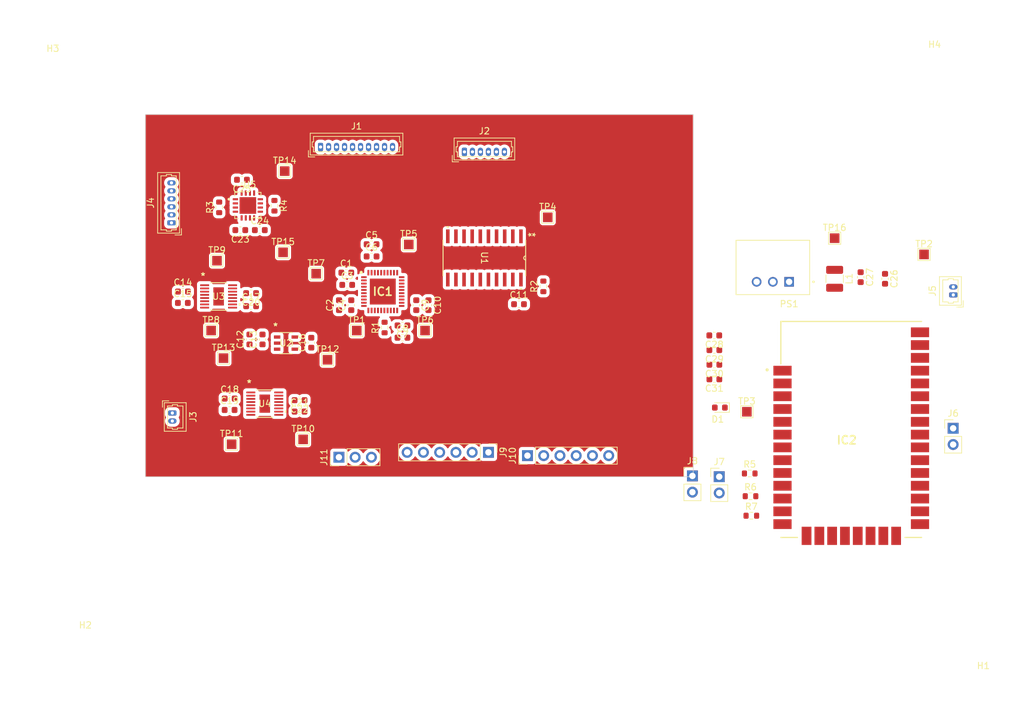
<source format=kicad_pcb>
(kicad_pcb (version 20221018) (generator pcbnew)
  (layers (0 "F.Cu" signal) (1 "In1.Cu" power) (2 "In2.Cu" power) (31 "B.Cu" signal) (34 "B.Paste" user) (35 "F.Paste" user) (36 "B.SilkS" user "B.Silkscreen") (37 "F.SilkS" user "F.Silkscreen") (38 "B.Mask" user) (39 "F.Mask" user) (44 "Edge.Cuts" user))
  (net 0 "")
  (net 1 "GND")
  (net 2 "Net-(IC1-REGCAPA)")
  (net 3 "5VADC")
  (net 4 "5VASupply{slash}Ref")
  (net 5 "3V3")
  (net 6 "Net-(IC1-REGCAPD)")
  (net 7 "5.2V")
  (net 8 "Net-(U3-BYPASS)")
  (net 9 "Net-(U3-NR)")
  (net 10 "Net-(U4-BYPASS)")
  (net 11 "Net-(U4-NR)")
  (net 12 "2.5V")
  (net 13 "5VXbee")
  (net 14 "Net-(D1-A)")
  (net 15 "VOUT")
  (net 16 "ANI16")
  (net 17 "ANI1")
  (net 18 "ANI3")
  (net 22 "DOUT")
  (net 23 "DIN")
  (net 24 "SCLK")
  (net 25 "CS")
  (net 26 "Net-(IC1-~{ERROR})")
  (net 30 "SG1")
  (net 31 "SG2")
  (net 32 "ANI9")
  (net 33 "ANI11")
  (net 34 "ANI13")
  (net 35 "ANI14")
  (net 36 "ANI15")
  (net 59 "Net-(IC2-DIO9{slash}ON{slash}~{SLEEP})")
  (net 62 "Net-(IC2-DIO6{slash}~{RTS})")
  (net 71 "DS6")
  (net 72 "DS5")
  (net 73 "DS4")
  (net 74 "DS3")
  (net 75 "DS2")
  (net 76 "DS1")
  (net 77 "SG1-")
  (net 78 "SG1+")
  (net 79 "SG2-")
  (net 80 "SG2+")
  (net 81 "Net-(J7-Pin_1)")
  (net 82 "Net-(J7-Pin_2)")
  (net 83 "DO6")
  (net 84 "DO5")
  (net 85 "DO4")
  (net 86 "DO3")
  (net 87 "DO2")
  (net 88 "DO1")
  (net 89 "Net-(PS1-+VIN)")
  (net 90 "Net-(U1-*OE)")
  (net 91 "Net-(U5-RG1__1)")
  (net 92 "Net-(U5-RG1)")
  (net 93 "Net-(U5-RG2__1)")
  (net 94 "Net-(U5-RG2)")
  (footprint "TestPoint:TestPoint_Pad_1.5x1.5mm" (layer "F.Cu") (at 145.923 66.3702)
    (fp_text reference "TP4" (at 0 -1.648) (layer "F.SilkS"))
    (fp_text value "TestPoint")
    (pad "1" smd rect (at 0 0) (size 1.5 1.5) (layers "F.Cu" "F.Mask") (net 5 "3V3"))
  )
  (footprint "TestPoint:TestPoint_Pad_1.5x1.5mm" (layer "F.Cu") (at 190.754 69.632)
    (fp_text reference "TP16" (at 0 -1.648) (layer "F.SilkS"))
    (fp_text value "TestPoint")
    (pad "1" smd rect (at 0 0) (size 1.5 1.5) (layers "F.Cu" "F.Mask") (net 89 "Net-(PS1-+VIN)"))
  )
  (footprint "Capacitor_SMD:C_0603_1608Metric" (layer "F.Cu") (at 96.2152 94.713999)
    (fp_text reference "C18" (at 0 -1.43) (layer "F.SilkS"))
    (fp_text value "0.1uF")
    (pad "1" smd roundrect (at -0.775 0) (size 0.9 0.95) (layers "F.Cu" "F.Paste" "F.Mask") (net 1 "GND"))
    (pad "2" smd roundrect (at 0.775 0) (size 0.9 0.95) (layers "F.Cu" "F.Paste" "F.Mask") (net 10 "Net-(U4-BYPASS)"))
  )
  (footprint "21xt_footprints:AD8222ACPZ-R7" (layer "F.Cu") (at 99.06 64.516)
    (fp_text reference "U5" (at 0.285 -3.25) (layer "F.SilkS"))
    (fp_text value "AD8222ACPZ-R7")
    (pad "1" smd roundrect (at -1.945 -0.975) (size 0.84 0.32) (layers "F.Cu" "F.Paste" "F.Mask") (roundrect_rratio 0.125) (net 77 "SG1-"))
    (pad "2" smd roundrect (at -1.945 -0.325) (size 0.84 0.32) (layers "F.Cu" "F.Paste" "F.Mask") (roundrect_rratio 0.125) (net 92 "Net-(U5-RG1)"))
    (pad "3" smd roundrect (at -1.945 0.325) (size 0.84 0.32) (layers "F.Cu" "F.Paste" "F.Mask") (roundrect_rratio 0.125) (net 91 "Net-(U5-RG1__1)"))
    (pad "4" smd roundrect (at -1.945 0.975) (size 0.84 0.32) (layers "F.Cu" "F.Paste" "F.Mask") (roundrect_rratio 0.125) (net 78 "SG1+"))
    (pad "5" smd roundrect (at -0.975 1.945) (size 0.32 0.84) (layers "F.Cu" "F.Paste" "F.Mask") (roundrect_rratio 0.125) (net 3 "5VADC"))
    (pad "6" smd roundrect (at -0.325 1.945) (size 0.32 0.84) (layers "F.Cu" "F.Paste" "F.Mask") (roundrect_rratio 0.125) (net 12 "2.5V"))
    (pad "7" smd roundrect (at 0.325 1.945) (size 0.32 0.84) (layers "F.Cu" "F.Paste" "F.Mask") (roundrect_rratio 0.125) (net 12 "2.5V"))
    (pad "8" smd roundrect (at 0.975 1.945) (size 0.32 0.84) (layers "F.Cu" "F.Paste" "F.Mask") (roundrect_rratio 0.125) (net 1 "GND"))
    (pad "9" smd roundrect (at 1.945 0.975) (size 0.84 0.32) (layers "F.Cu" "F.Paste" "F.Mask") (roundrect_rratio 0.125) (net 80 "SG2+"))
    (pad "10" smd roundrect (at 1.945 0.325) (size 0.84 0.32) (layers "F.Cu" "F.Paste" "F.Mask") (roundrect_rratio 0.125) (net 94 "Net-(U5-RG2)"))
    (pad "11" smd roundrect (at 1.945 -0.325) (size 0.84 0.32) (layers "F.Cu" "F.Paste" "F.Mask") (roundrect_rratio 0.125) (net 93 "Net-(U5-RG2__1)"))
    (pad "12" smd roundrect (at 1.945 -0.975) (size 0.84 0.32) (layers "F.Cu" "F.Paste" "F.Mask") (roundrect_rratio 0.125) (net 79 "SG2-"))
    (pad "13" smd roundrect (at 0.975 -1.945) (size 0.32 0.84) (layers "F.Cu" "F.Paste" "F.Mask") (roundrect_rratio 0.125) (net 1 "GND"))
    (pad "14" smd roundrect (at 0.325 -1.945) (size 0.32 0.84) (layers "F.Cu" "F.Paste" "F.Mask") (roundrect_rratio 0.125) (net 31 "SG2"))
    (pad "15" smd roundrect (at -0.325 -1.945) (size 0.32 0.84) (layers "F.Cu" "F.Paste" "F.Mask") (roundrect_rratio 0.125) (net 30 "SG1"))
    (pad "16" smd roundrect (at -0.975 -1.945) (size 0.32 0.84) (layers "F.Cu" "F.Paste" "F.Mask") (roundrect_rratio 0.125) (net 3 "5VADC"))
    (pad "17" smd rect (at 0 0) (size 2.6 2.6) (layers "F.Cu" "F.Mask") (net 1 "GND"))
  )
  (footprint "Resistor_SMD:R_0603_1608Metric" (layer "F.Cu") (at 145.2372 77.1652 90)
    (fp_text reference "R2" (at 0 -1.43 90) (layer "F.SilkS"))
    (fp_text value "10k")
    (pad "1" smd roundrect (at -0.825 0 90) (size 0.8 0.95) (layers "F.Cu" "F.Paste" "F.Mask") (net 5 "3V3"))
    (pad "2" smd roundrect (at 0.825 0 90) (size 0.8 0.95) (layers "F.Cu" "F.Paste" "F.Mask") (net 90 "Net-(U1-*OE)"))
  )
  (footprint "TestPoint:TestPoint_Pad_1.5x1.5mm" (layer "F.Cu") (at 95.25 88.392)
    (fp_text reference "TP13" (at 0 -1.648) (layer "F.SilkS"))
    (fp_text value "TestPoint")
    (pad "1" smd rect (at 0 0) (size 1.5 1.5) (layers "F.Cu" "F.Mask") (net 7 "5.2V"))
  )
  (footprint "MountingHole:MountingHole_2.2mm_M2" (layer "F.Cu") (at 68.58 43.18)
    (fp_text reference "H3" (at 0 -3.2) (layer "F.SilkS"))
    (fp_text value "MountingHole")
    (pad "" np_thru_hole circle (at 0 0) (size 2.2 2.2) (drill 2.2) (layers "*.Cu" "*.Mask"))
  )
  (footprint "Inductor_SMD:L_1210_3225Metric" (layer "F.Cu") (at 190.754 75.982 -90)
    (fp_text reference "L1" (at 0 -2.28 90) (layer "F.SilkS"))
    (fp_text value "3.9uH")
    (pad "1" smd roundrect (at -1.4 0 270) (size 1.25 2.65) (layers "F.Cu" "F.Paste" "F.Mask") (roundrect_rratio 0.2) (net 13 "5VXbee"))
    (pad "2" smd roundrect (at 1.4 0 270) (size 1.25 2.65) (layers "F.Cu" "F.Paste" "F.Mask") (roundrect_rratio 0.2) (net 89 "Net-(PS1-+VIN)"))
  )
  (footprint "TestPoint:TestPoint_Pad_1.5x1.5mm" (layer "F.Cu") (at 104.815 59.141)
    (fp_text reference "TP14" (at 0 -1.648) (layer "F.SilkS"))
    (fp_text value "TestPoint")
    (pad "1" smd rect (at 0 0) (size 1.5 1.5) (layers "F.Cu" "F.Mask") (net 3 "5VADC"))
  )
  (footprint "21xt_footprints:TPS78326DDCT" (layer "F.Cu") (at 105.00995 86.040001)
    (fp_text reference "U2" (at 0 0 unlocked) (layer "F.SilkS"))
    (fp_text value "TPS78326DDCT")
    (fp_text user "*" (at -1.63195 -2.601 unlocked) (layer "F.SilkS"))
    (fp_text user "*" (at -1.63195 -2.601) (layer "F.SilkS"))
    (pad "1" smd rect (at -1.37795 -0.950001) (size 1.0033 0.508) (layers "F.Cu" "F.Paste" "F.Mask") (net 7 "5.2V"))
    (pad "2" smd rect (at -1.37795 0) (size 1.0033 0.508) (layers "F.Cu" "F.Paste" "F.Mask") (net 1 "GND"))
    (pad "3" smd rect (at -1.37795 0.950001) (size 1.0033 0.508) (layers "F.Cu" "F.Paste" "F.Mask") (net 7 "5.2V"))
    (pad "4" smd rect (at 1.37795 0.950001) (size 1.0033 0.508) (layers "F.Cu" "F.Paste" "F.Mask") (net 1 "GND"))
    (pad "5" smd rect (at 1.37795 -0.950001) (size 1.0033 0.508) (layers "F.Cu" "F.Paste" "F.Mask") (net 3 "5VADC"))
  )
  (footprint "Capacitor_SMD:C_0603_1608Metric" (layer "F.Cu") (at 88.9 79.756)
    (fp_text reference "C15" (at 0 -1.43) (layer "F.SilkS"))
    (fp_text value "0.1uF")
    (pad "1" smd roundrect (at -0.775 0) (size 0.9 0.95) (layers "F.Cu" "F.Paste" "F.Mask") (net 1 "GND"))
    (pad "2" smd roundrect (at 0.775 0) (size 0.9 0.95) (layers "F.Cu" "F.Paste" "F.Mask") (net 9 "Net-(U3-NR)"))
  )
  (footprint "TestPoint:TestPoint_Pad_1.5x1.5mm" (layer "F.Cu") (at 104.561 71.841)
    (fp_text reference "TP15" (at 0 -1.648) (layer "F.SilkS"))
    (fp_text value "TestPoint")
    (pad "1" smd rect (at 0 0) (size 1.5 1.5) (layers "F.Cu" "F.Mask") (net 12 "2.5V"))
  )
  (footprint "Capacitor_SMD:C_0603_1608Metric" (layer "F.Cu") (at 118.392 72.488)
    (fp_text reference "C6" (at 0 -1.43) (layer "F.SilkS"))
    (fp_text value "0.1uF")
    (pad "1" smd roundrect (at -0.775 0) (size 0.9 0.95) (layers "F.Cu" "F.Paste" "F.Mask") (net 4 "5VASupply{slash}Ref"))
    (pad "2" smd roundrect (at 0.775 0) (size 0.9 0.95) (layers "F.Cu" "F.Paste" "F.Mask") (net 1 "GND"))
  )
  (footprint "Resistor_SMD:R_0603_1608Metric" (layer "F.Cu") (at 120.424 83.601 90)
    (fp_text reference "R1" (at 0 -1.43 90) (layer "F.SilkS"))
    (fp_text value "10k")
    (pad "1" smd roundrect (at -0.825 0 90) (size 0.8 0.95) (layers "F.Cu" "F.Paste" "F.Mask") (net 5 "3V3"))
    (pad "2" smd roundrect (at 0.825 0 90) (size 0.8 0.95) (layers "F.Cu" "F.Paste" "F.Mask") (net 26 "Net-(IC1-~{ERROR})"))
  )
  (footprint "Capacitor_SMD:C_0603_1608Metric" (layer "F.Cu") (at 100.925 68.367)
    (fp_text reference "C24" (at 0 -1.43) (layer "F.SilkS"))
    (fp_text value "0.1uF")
    (pad "1" smd roundrect (at -0.775 0) (size 0.9 0.95) (layers "F.Cu" "F.Paste" "F.Mask") (net 12 "2.5V"))
    (pad "2" smd roundrect (at 0.775 0) (size 0.9 0.95) (layers "F.Cu" "F.Paste" "F.Mask") (net 1 "GND"))
  )
  (footprint "Capacitor_SMD:C_0603_1608Metric" (layer "F.Cu") (at 99.568 80.264)
    (fp_text reference "C17" (at 0 -1.43) (layer "F.SilkS"))
    (fp_text value "0.1uF")
    (pad "1" smd roundrect (at -0.775 0) (size 0.9 0.95) (layers "F.Cu" "F.Paste" "F.Mask") (net 3 "5VADC"))
    (pad "2" smd roundrect (at 0.775 0) (size 0.9 0.95) (layers "F.Cu" "F.Paste" "F.Mask") (net 1 "GND"))
  )
  (footprint "MountingHole:MountingHole_2.2mm_M2" (layer "F.Cu") (at 73.66 133.35)
    (fp_text reference "H2" (at 0 -3.2) (layer "F.SilkS"))
    (fp_text value "MountingHole")
    (pad "" np_thru_hole circle (at 0 0) (size 2.2 2.2) (drill 2.2) (layers "*.Cu" "*.Mask"))
  )
  (footprint "Capacitor_SMD:C_0603_1608Metric" (layer "F.Cu") (at 101.346 85.466002 90)
    (fp_text reference "C13" (at 0 -1.43 90) (layer "F.SilkS"))
    (fp_text value "0.1uF")
    (pad "1" smd roundrect (at -0.775 0 90) (size 0.9 0.95) (layers "F.Cu" "F.Paste" "F.Mask") (net 1 "GND"))
    (pad "2" smd roundrect (at 0.775 0 90) (size 0.9 0.95) (layers "F.Cu" "F.Paste" "F.Mask") (net 7 "5.2V"))
  )
  (footprint "TestPoint:TestPoint_Pad_1.5x1.5mm" (layer "F.Cu") (at 116.078 84.074)
    (fp_text reference "TP1" (at 0 -1.648) (layer "F.SilkS"))
    (fp_text value "TestPoint")
    (pad "1" smd rect (at 0 0) (size 1.5 1.5) (layers "F.Cu" "F.Mask") (net 26 "Net-(IC1-~{ERROR})"))
  )
  (footprint "TestPoint:TestPoint_Pad_1.5x1.5mm" (layer "F.Cu") (at 126.746 84.074)
    (fp_text reference "TP6" (at 0 -1.648) (layer "F.SilkS"))
    (fp_text value "TestPoint")
    (pad "1" smd rect (at 0 0) (size 1.5 1.5) (layers "F.Cu" "F.Mask") (net 5 "3V3"))
  )
  (footprint "Capacitor_SMD:C_0603_1608Metric" (layer "F.Cu") (at 118.392 70.583)
    (fp_text reference "C5" (at 0 -1.43) (layer "F.SilkS"))
    (fp_text value "10uF")
    (pad "1" smd roundrect (at -0.775 0) (size 0.9 0.95) (layers "F.Cu" "F.Paste" "F.Mask") (net 4 "5VASupply{slash}Ref"))
    (pad "2" smd roundrect (at 0.775 0) (size 0.9 0.95) (layers "F.Cu" "F.Paste" "F.Mask") (net 1 "GND"))
  )
  (footprint "21xt_footprints:LT6658AHMSE-2.5-PBF" (layer "F.Cu") (at 101.7016 95.504)
    (fp_text reference "U4" (at 0 0 unlocked) (layer "F.SilkS"))
    (fp_text value "LT6658AHMSE-5-PBF")
    (fp_text user "*" (at -2.4384 -3.1724 unlocked) (layer "F.SilkS"))
    (fp_text user "*" (at -2.4384 -3.1724) (layer "F.SilkS"))
    (pad "1" smd rect (at -2.1844 -1.750002) (size 1.397 0.2794) (layers "F.Cu" "F.Paste" "F.Mask") (net 1 "GND"))
    (pad "2" smd rect (at -2.1844 -1.25) (size 1.397 0.2794) (layers "F.Cu" "F.Paste" "F.Mask") (net 1 "GND"))
    (pad "3" smd rect (at -2.1844 -0.750001) (size 1.397 0.2794) (layers "F.Cu" "F.Paste" "F.Mask") (net 10 "Net-(U4-BYPASS)"))
    (pad "4" smd rect (at -2.1844 -0.25) (size 1.397 0.2794) (layers "F.Cu" "F.Paste" "F.Mask"))
    (pad "5" smd rect (at -2.1844 0.25) (size 1.397 0.2794) (layers "F.Cu" "F.Paste" "F.Mask") (net 11 "Net-(U4-NR)"))
    (pad "6" smd rect (at -2.1844 0.749998) (size 1.397 0.2794) (layers "F.Cu" "F.Paste" "F.Mask") (net 1 "GND"))
    (pad "7" smd rect (at -2.1844 1.25) (size 1.397 0.2794) (layers "F.Cu" "F.Paste" "F.Mask") (net 4 "5VASupply{slash}Ref"))
    (pad "8" smd rect (at -2.1844 1.749999) (size 1.397 0.2794) (layers "F.Cu" "F.Paste" "F.Mask") (net 4 "5VASupply{slash}Ref"))
    (pad "9" smd rect (at 2.1844 1.750002) (size 1.397 0.2794) (layers "F.Cu" "F.Paste" "F.Mask") (net 7 "5.2V"))
    (pad "10" smd rect (at 2.1844 1.25) (size 1.397 0.2794) (layers "F.Cu" "F.Paste" "F.Mask") (net 7 "5.2V"))
    (pad "11" smd rect (at 2.1844 0.750001) (size 1.397 0.2794) (layers "F.Cu" "F.Paste" "F.Mask") (net 7 "5.2V"))
    (pad "12" smd rect (at 2.1844 0.25) (size 1.397 0.2794) (layers "F.Cu" "F.Paste" "F.Mask") (net 4 "5VASupply{slash}Ref"))
    (pad "13" smd rect (at 2.1844 -0.25) (size 1.397 0.2794) (layers "F.Cu" "F.Paste" "F.Mask") (net 4 "5VASupply{slash}Ref"))
    (pad "14" smd rect (at 2.1844 -0.749998) (size 1.397 0.2794) (layers "F.Cu" "F.Paste" "F.Mask") (net 7 "5.2V"))
    (pad "15" smd rect (at 2.1844 -1.25) (size 1.397 0.2794) (layers "F.Cu" "F.Paste" "F.Mask"))
    (pad "16" smd rect (at 2.1844 -1.749999) (size 1.397 0.2794) (layers "F.Cu" "F.Paste" "F.Mask"))
    (pad "EPAD" smd rect (at 0 0) (size 1.651 2.8448) (layers "F.Cu" "F.Mask") (net 1 "GND"))
  )
  (footprint "Resistor_SMD:R_0603_1608Metric" (layer "F.Cu") (at 177.609 109.982)
    (fp_text reference "R6" (at 0 -1.43) (layer "F.SilkS"))
    (fp_text value "68")
    (pad "1" smd roundrect (at -0.825 0) (size 0.8 0.95) (layers "F.Cu" "F.Paste" "F.Mask") (net 23 "DIN"))
    (pad "2" smd roundrect (at 0.825 0) (size 0.8 0.95) (layers "F.Cu" "F.Paste" "F.Mask") (net 82 "Net-(J7-Pin_2)"))
  )
  (footprint "TestPoint:TestPoint_Pad_1.5x1.5mm" (layer "F.Cu") (at 124.206 70.612)
    (fp_text reference "TP5" (at 0 -1.648) (layer "F.SilkS"))
    (fp_text value "TestPoint")
    (pad "1" smd rect (at 0 0) (size 1.5 1.5) (layers "F.Cu" "F.Mask") (net 4 "5VASupply{slash}Ref"))
  )
  (footprint "Capacitor_SMD:C_0603_1608Metric" (layer "F.Cu") (at 171.958 87.122 180)
    (fp_text reference "C29" (at 0 -1.43) (layer "F.SilkS"))
    (fp_text value "10uF")
    (pad "1" smd roundrect (at -0.775 0 180) (size 0.9 0.95) (layers "F.Cu" "F.Paste" "F.Mask") (net 1 "GND"))
    (pad "2" smd roundrect (at 0.775 0 180) (size 0.9 0.95) (layers "F.Cu" "F.Paste" "F.Mask") (net 14 "Net-(D1-A)"))
  )
  (footprint "Diode_SMD:D_0603_1608Metric" (layer "F.Cu") (at 172.8165 96.12 180)
    (fp_text reference "D1" (at 0.325 -1.83) (layer "F.SilkS"))
    (fp_text value "D_Schottky")
    (pad "1" smd roundrect (at -0.7875 0 180) (size 0.875 0.95) (layers "F.Cu" "F.Paste" "F.Mask") (net 15 "VOUT"))
    (pad "2" smd roundrect (at 0.7875 0 180) (size 0.875 0.95) (layers "F.Cu" "F.Paste" "F.Mask") (net 14 "Net-(D1-A)"))
  )
  (footprint "TestPoint:TestPoint_Pad_1.5x1.5mm" (layer "F.Cu") (at 109.728 75.184)
    (fp_text reference "TP7" (at 0 -1.648) (layer "F.SilkS"))
    (fp_text value "TestPoint")
    (pad "1" smd rect (at 0 0) (size 1.5 1.5) (layers "F.Cu" "F.Mask") (net 3 "5VADC"))
  )
  (footprint "Resistor_SMD:R_0603_1608Metric" (layer "F.Cu") (at 177.737 113.03)
    (fp_text reference "R7" (at 0 -1.43) (layer "F.SilkS"))
    (fp_text value "100k")
    (pad "1" smd roundrect (at -0.825 0) (size 0.8 0.95) (layers "F.Cu" "F.Paste" "F.Mask") (net 23 "DIN"))
    (pad "2" smd roundrect (at 0.825 0) (size 0.8 0.95) (layers "F.Cu" "F.Paste" "F.Mask") (net 15 "VOUT"))
  )
  (footprint "Connector_PinHeader_2.54mm:PinHeader_1x03_P2.54mm_Vertical" (layer "F.Cu") (at 113.284 103.886 90)
    (fp_text reference "J11" (at 0 -2.33 90) (layer "F.SilkS"))
    (fp_text value "Conn_01x03")
    (pad "1" thru_hole rect (at 0 0 90) (size 1.7 1.7) (drill 1) (layers "*.Cu" "*.Mask") (net 7 "5.2V"))
    (pad "2" thru_hole oval (at 0 2.54 90) (size 1.7 1.7) (drill 1) (layers "*.Cu" "*.Mask") (net 7 "5.2V"))
    (pad "3" thru_hole oval (at 0 5.08 90) (size 1.7 1.7) (drill 1) (layers "*.Cu" "*.Mask") (net 1 "GND"))
  )
  (footprint "21xt_footprints:RLS397" (layer "F.Cu") (at 204.34633 116.4328)
    (fp_text reference "IC2" (at -11.6952 -15.2168) (layer "F.SilkS") (effects (font (size 1.27 1.27) (thickness 0.254))))
    (fp_text value "XBP9X-DMUS-011" hide)
    (pad "1" smd rect (at -21.7424 -26.0858 90) (size 1.524 2.8448) (layers "F.Cu" "F.Paste" "F.Mask") (net 1 "GND"))
    (pad "2" smd rect (at -21.7424 -24.0858 90) (size 1.524 2.8448) (layers "F.Cu" "F.Paste" "F.Mask") (net 15 "VOUT"))
    (pad "3" smd rect (at -21.7424 -22.0858 90) (size 1.524 2.8448) (layers "F.Cu" "F.Paste" "F.Mask") (net 22 "DOUT"))
    (pad "4" smd rect (at -21.7424 -20.0858 90) (size 1.524 2.8448) (layers "F.Cu" "F.Paste" "F.Mask") (net 23 "DIN"))
    (pad "5" smd rect (at -21.7424 -18.0858 90) (size 1.524 2.8448) (layers "F.Cu" "F.Paste" "F.Mask"))
    (pad "6" smd rect (at -21.7424 -16.0858 90) (size 1.524 2.8448) (layers "F.Cu" "F.Paste" "F.Mask"))
    (pad "7" smd rect (at -21.7424 -14.0858 90) (size 1.524 2.8448) (layers "F.Cu" "F.Paste" "F.Mask"))
    (pad "8" smd rect (at -21.7424 -12.0858 90) (size 1.524 2.8448) (layers "F.Cu" "F.Paste" "F.Mask"))
    (pad "9" smd rect (at -21.7424 -10.0858 90) (size 1.524 2.8448) (layers "F.Cu" "F.Paste" "F.Mask"))
    (pad "10" smd rect (at -21.7424 -8.0858 90) (size 1.524 2.8448) (layers "F.Cu" "F.Paste" "F.Mask"))
    (pad "11" smd rect (at -21.7424 -6.0858 90) (size 1.524 2.8448) (layers "F.Cu" "F.Paste" "F.Mask"))
    (pad "12" smd rect (at -21.7424 -4.0858 90) (size 1.524 2.8448) (layers "F.Cu" "F.Paste" "F.Mask"))
    (pad "13" smd rect (at -21.7424 -2.0858 90) (size 1.524 2.8448) (layers "F.Cu" "F.Paste" "F.Mask"))
    (pad "14" smd rect (at -17.9832 -0.254) (size 1.524 2.8448) (layers "F.Cu" "F.Paste" "F.Mask"))
    (pad "15" smd rect (at -15.9832 -0.254) (size 1.524 2.8448) (layers "F.Cu" "F.Paste" "F.Mask"))
    (pad "16" smd rect (at -13.9832 -0.254) (size 1.524 2.8448) (layers "F.Cu" "F.Paste" "F.Mask"))
    (pad "17" smd rect (at -11.9832 -0.254) (size 1.524 2.8448) (layers "F.Cu" "F.Paste" "F.Mask"))
    (pad "18" smd rect (at -9.9832 -0.254) (size 1.524 2.8448) (layers "F.Cu" "F.Paste" "F.Mask"))
    (pad "19" smd rect (at -7.9832 -0.254) (size 1.524 2.8448) (layers "F.Cu" "F.Paste" "F.Mask"))
    (pad "20" smd rect (at -5.9832 -0.254) (size 1.524 2.8448) (layers "F.Cu" "F.Paste" "F.Mask"))
    (pad "21" smd rect (at -3.9832 -0.254) (size 1.524 2.8448) (layers "F.Cu" "F.Paste" "F.Mask"))
    (pad "22" smd rect (at -0.254 -2.0858 90) (size 1.524 2.8448) (layers "F.Cu" "F.Paste" "F.Mask"))
    (pad "23" smd rect (at -0.254 -4.0858 90) (size 1.524 2.8448) (layers "F.Cu" "F.Paste" "F.Mask"))
    (pad "24" smd rect (at -0.254 -6.0858 90) (size 1.524 2.8448) (layers "F.Cu" "F.Paste" "F.Mask"))
    (pad "25" smd rect (at -0.254 -8.0858 90) (size 1.524 2.8448) (layers "F.Cu" "F.Paste" "F.Mask"))
    (pad "26" smd rect (at -0.254 -10.0858 90) (size 1.524 2.8448) (layers "F.Cu" "F.Paste" "F.Mask") (net 59 "Net-(IC2-DIO9{slash}ON{slash}~{SLEEP})"))
    (pad "27" smd rect (at -0.254 -12.0858 90) (size 1.524 2.8448) (layers "F.Cu" "F.Paste" "F.Mask"))
    (pad "28" smd rect (at -0.254 -14.0858 90) (size 1.524 2.8448) (layers "F.Cu" "F.Paste" "F.Mask"))
    (pad "29" smd rect (at -0.254 -16.0858 90) (size 1.524 2.8448) (layers "F.Cu" "F.Paste" "F.Mask") (net 62 "Net-(IC2-DIO6{slash}~{RTS})"))
    (pad "30" smd rect (at -0.254 -18.0858 90) (size 1.524 2.8448) (layers "F.Cu" "F.Paste" "F.Mask"))
    (pad "31" smd rect (at -0.254 -20.0858 90) (size 1.524 2.8448) (layers "F.Cu" "F.Paste" "F.Mask"))
    (pad "32" smd rect (at -0.254 -22.0858 90) (size 1.524 2.8448) (layers "F.Cu" "F.Paste" "F.Mask"))
    (pad "33" smd rect (at -0.254 -24.0858 90) (size 1.524 2.8448) (layers "F.Cu" "F.Paste" "F.Mask"))
    (pad "34" smd rect (at -0.254 -26.0858 90) (size 1.524 2.8448) (layers "F.Cu" "F.Paste" "F.Mask"))
    (pad "35" smd rect (at -0.254 -28.0858 90) (size 1.524 2.8448) (layers "F.Cu" "F.Paste" "F.Mask"))
    (pad "36" smd rect (at -0.254 -30.0858 90) (size 1.524 2.8448) (layers "F.Cu" "F.Paste" "F.Mask"))
    (pad "37" smd rect (at -0.254 -32.0858 90) (size 1.524 2.8448) (layers "F.Cu" "F.Paste" "F.Mask"))
  )
  (footprint "Capacitor_SMD:C_0603_1608Metric" (layer "F.Cu") (at 198.628 75.982 -90)
    (fp_text reference "C26" (at 0 -1.43 90) (layer "F.SilkS"))
    (fp_text value "10uF")
    (pad "1" smd roundrect (at -0.775 0 270) (size 0.9 0.95) (layers "F.Cu" "F.Paste" "F.Mask") (net 13 "5VXbee"))
    (pad "2" smd roundrect (at 0.775 0 270) (size 0.9 0.95) (layers "F.Cu" "F.Paste" "F.Mask") (net 1 "GND"))
  )
  (footprint "Capacitor_SMD:C_0603_1608Metric" (layer "F.Cu") (at 108.966 85.974002 90)
    (fp_text reference "C16" (at 0 -1.43 90) (layer "F.SilkS"))
    (fp_text value "2.2uF")
    (pad "1" smd roundrect (at -0.775 0 90) (size 0.9 0.95) (layers "F.Cu" "F.Paste" "F.Mask") (net 1 "GND"))
    (pad "2" smd roundrect (at 0.775 0 90) (size 0.9 0.95) (layers "F.Cu" "F.Paste" "F.Mask") (net 3 "5VADC"))
  )
  (footprint "Capacitor_SMD:C_0603_1608Metric" (layer "F.Cu") (at 113.312 80.108 90)
    (fp_text reference "C2" (at 0 -1.43 90) (layer "F.SilkS"))
    (fp_text value "10uF")
    (pad "1" smd roundrect (at -0.775 0 90) (size 0.9 0.95) (layers "F.Cu" "F.Paste" "F.Mask") (net 3 "5VADC"))
    (pad "2" smd roundrect (at 0.775 0 90) (size 0.9 0.95) (layers "F.Cu" "F.Paste" "F.Mask") (net 1 "GND"))
  )
  (footprint "Capacitor_SMD:C_0603_1608Metric" (layer "F.Cu") (at 141.4272 79.9592)
    (fp_text reference "C11" (at 0 -1.43) (layer "F.SilkS"))
    (fp_text value "0.1uF")
    (pad "1" smd roundrect (at -0.775 0) (size 0.9 0.95) (layers "F.Cu" "F.Paste" "F.Mask") (net 1 "GND"))
    (pad "2" smd roundrect (at 0.775 0) (size 0.9 0.95) (layers "F.Cu" "F.Paste" "F.Mask") (net 5 "3V3"))
  )
  (footprint "Capacitor_SMD:C_0603_1608Metric" (layer "F.Cu") (at 88.913 77.978)
    (fp_text reference "C14" (at 0 -1.43) (layer "F.SilkS"))
    (fp_text value "0.1uF")
    (pad "1" smd roundrect (at -0.775 0) (size 0.9 0.95) (layers "F.Cu" "F.Paste" "F.Mask") (net 1 "GND"))
    (pad "2" smd roundrect (at 0.775 0) (size 0.9 0.95) (layers "F.Cu" "F.Paste" "F.Mask") (net 8 "Net-(U3-BYPASS)"))
  )
  (footprint "Connector_PinHeader_2.54mm:PinHeader_1x02_P2.54mm_Vertical" (layer "F.Cu") (at 209.27393 99.359)
    (fp_text reference "J6" (at 0 -2.33) (layer "F.SilkS"))
    (fp_text value "Conn_01x02")
    (pad "1" thru_hole rect (at 0 0) (size 1.7 1.7) (drill 1) (layers "*.Cu" "*.Mask") (net 62 "Net-(IC2-DIO6{slash}~{RTS})"))
    (pad "2" thru_hole oval (at 0 2.54) (size 1.7 1.7) (drill 1) (layers "*.Cu" "*.Mask") (net 59 "Net-(IC2-DIO9{slash}ON{slash}~{SLEEP})"))
  )
  (footprint "Capacitor_SMD:C_0603_1608Metric" (layer "F.Cu") (at 171.945 84.836 180)
    (fp_text reference "C28" (at 0 -1.43) (layer "F.SilkS"))
    (fp_text value "0.1")
    (pad "1" smd roundrect (at -0.775 0 180) (size 0.9 0.95) (layers "F.Cu" "F.Paste" "F.Mask") (net 1 "GND"))
    (pad "2" smd roundrect (at 0.775 0 180) (size 0.9 0.95) (layers "F.Cu" "F.Paste" "F.Mask") (net 14 "Net-(D1-A)"))
  )
  (footprint "Connector_PinHeader_2.54mm:PinHeader_1x06_P2.54mm_Vertical" (layer "F.Cu") (at 136.652 103.124 -90)
    (fp_text reference "J9" (at 0 -2.33 90) (layer "F.SilkS"))
    (fp_text value "Conn_01x06")
    (pad "1" thru_hole rect (at 0 0 270) (size 1.7 1.7) (drill 1) (layers "*.Cu" "*.Mask") (net 1 "GND"))
    (pad "2" thru_hole oval (at 0 2.54 270) (size 1.7 1.7) (drill 1) (layers "*.Cu" "*.Mask") (net 25 "CS"))
    (pad "3" thru_hole oval (at 0 5.08 270) (size 1.7 1.7) (drill 1) (layers "*.Cu" "*.Mask") (net 24 "SCLK"))
    (pad "4" thru_hole oval (at 0 7.62 270) (size 1.7 1.7) (drill 1) (layers "*.Cu" "*.Mask") (net 23 "DIN"))
    (pad "5" thru_hole oval (at 0 10.16 270) (size 1.7 1.7) (drill 1) (layers "*.Cu" "*.Mask") (net 22 "DOUT"))
    (pad "6" thru_hole oval (at 0 12.7 270) (size 1.7 1.7) (drill 1) (layers "*.Cu" "*.Mask") (net 5 "3V3"))
  )
  (footprint "Capacitor_SMD:C_0603_1608Metric" (layer "F.Cu") (at 127.282 80.108 -90)
    (fp_text reference "C10" (at 0 -1.43 90) (layer "F.SilkS"))
    (fp_text value "1uF")
    (pad "1" smd roundrect (at -0.775 0 270) (size 0.9 0.95) (layers "F.Cu" "F.Paste" "F.Mask") (net 6 "Net-(IC1-REGCAPD)"))
    (pad "2" smd roundrect (at 0.775 0 270) (size 0.9 0.95) (layers "F.Cu" "F.Paste" "F.Mask") (net 1 "GND"))
  )
  (footprint "TestPoint:TestPoint_Pad_1.5x1.5mm" (layer "F.Cu") (at 111.506 88.646)
    (fp_text reference "TP12" (at 0 -1.648) (layer "F.SilkS"))
    (fp_text value "TestPoint")
    (pad "1" smd rect (at 0 0) (size 1.5 1.5) (layers "F.Cu" "F.Mask") (net 3 "5VADC"))
  )
  (footprint "TestPoint:TestPoint_Pad_1.5x1.5mm" (layer "F.Cu") (at 107.696 101.092)
    (fp_text reference "TP10" (at 0 -1.648) (layer "F.SilkS"))
    (fp_text value "TestPoint")
    (pad "1" smd rect (at 0 0) (size 1.5 1.5) (layers "F.Cu" "F.Mask") (net 7 "5.2V"))
  )
  (footprint "Capacitor_SMD:C_0603_1608Metric" (layer "F.Cu") (at 96.2022 96.491999)
    (fp_text reference "C19" (at 0 -1.43) (layer "F.SilkS"))
    (fp_text value "0.1uF")
    (pad "1" smd roundrect (at -0.775 0) (size 0.9 0.95) (layers "F.Cu" "F.Paste" "F.Mask") (net 1 "GND"))
    (pad "2" smd roundrect (at 0.775 0) (size 0.9 0.95) (layers "F.Cu" "F.Paste" "F.Mask") (net 11 "Net-(U4-NR)"))
  )
  (footprint "Capacitor_SMD:C_0603_1608Metric" (layer "F.Cu") (at 107.1372 96.745999)
    (fp_text reference "C21" (at 0 -1.43) (layer "F.SilkS"))
    (fp_text value "0.1uF")
    (pad "1" smd roundrect (at -0.775 0) (size 0.9 0.95) (layers "F.Cu" "F.Paste" "F.Mask") (net 7 "5.2V"))
    (pad "2" smd roundrect (at 0.775 0) (size 0.9 0.95) (layers "F.Cu" "F.Paste" "F.Mask") (net 1 "GND"))
  )
  (footprint "Capacitor_SMD:C_0603_1608Metric" (layer "F.Cu") (at 194.818 75.728 -90)
    (fp_text reference "C27" (at 0 -1.43 90) (layer "F.SilkS"))
    (fp_text value "4.7")
    (pad "1" smd roundrect (at -0.775 0 270) (size 0.9 0.95) (layers "F.Cu" "F.Paste" "F.Mask") (net 13 "5VXbee"))
    (pad "2" smd roundrect (at 0.775 0 270) (size 0.9 0.95) (layers "F.Cu" "F.Paste" "F.Mask") (net 1 "GND"))
  )
  (footprint "Resistor_SMD:R_0603_1608Metric" (layer "F.Cu") (at 103.211 64.557 -90)
    (fp_text reference "R4" (at 0 -1.43 90) (layer "F.SilkS"))
    (fp_text value "200")
    (pad "1" smd roundrect (at -0.825 0 270) (size 0.8 0.95) (layers "F.Cu" "F.Paste" "F.Mask") (net 93 "Net-(U5-RG2__1)"))
    (pad "2" smd roundrect (at 0.825 0 270) (size 0.8 0.95) (layers "F.Cu" "F.Paste" "F.Mask") (net 94 "Net-(U5-RG2)"))
  )
  (footprint "Capacitor_SMD:C_0603_1608Metric" (layer "F.Cu") (at 107.1372 94.967999 180)
    (fp_text reference "C22" (at 0 -1.43) (layer "F.SilkS"))
    (fp_text value "1uF")
    (pad "1" smd roundrect (at -0.775 0 180) (size 0.9 0.95) (layers "F.Cu" "F.Paste" "F.Mask") (net 1 "GND"))
    (pad "2" smd roundrect (at 0.775 0 180) (size 0.9 0.95) (layers "F.Cu" "F.Paste" "F.Mask") (net 4 "5VASupply{slash}Ref"))
  )
  (footprint "Capacitor_SMD:C_0603_1608Metric" (layer "F.Cu") (at 114.582 76.933)
    (fp_text reference "C3" (at 0 -1.43) (layer "F.SilkS"))
    (fp_text value "0.1uF")
    (pad "1" smd roundrect (at -0.775 0) (size 0.9 0.95) (layers "F.Cu" "F.Paste" "F.Mask") (net 1 "GND"))
    (pad "2" smd roundrect (at 0.775 0) (size 0.9 0.95) (layers "F.Cu" "F.Paste" "F.Mask") (net 2 "Net-(IC1-REGCAPA)"))
  )
  (footprint "Connector_Molex:Molex_PicoBlade_53047-0210_1x02_P1.25mm_Vertical" (layer "F.Cu") (at 209.296 78.502 90)
    (fp_text reference "J5" (at 0.62 -3.25 90) (layer "F.SilkS"))
    (fp_text value "Conn_01x02")
    (pad "1" thru_hole roundrect (at 0 0 90) (size 0.8 1.3) (drill 0.5) (layers "*.Cu" "*.Mask") (net 1 "GND"))
    (pad "2" thru_hole oval (at 1.25 0 90) (size 0.8 1.3) (drill 0.5) (layers "*.Cu" "*.Mask") (net 13 "5VXbee"))
  )
  (footprint "Capacitor_SMD:C_0603_1608Metric" (layer "F.Cu") (at 171.958 91.694 180)
    (fp_text reference "C31" (at 0 -1.43) (layer "F.SilkS"))
    (fp_text value "47pF")
    (pad "1" smd roundrect (at -0.775 0 180) (size 0.9 0.95) (layers "F.Cu" "F.Paste" "F.Mask") (net 1 "GND"))
    (pad "2" smd roundrect (at 0.775 0 180) (size 0.9 0.95) (layers "F.Cu" "F.Paste" "F.Mask") (net 14 "Net-(D1-A)"))
  )
  (footprint "TestPoint:TestPoint_Pad_1.5x1.5mm" (layer "F.Cu") (at 93.3196 84.07)
    (fp_text reference "TP8" (at 0 -1.648) (layer "F.SilkS"))
    (fp_text value "TestPoint")
    (pad "1" smd rect (at 0 0) (size 1.5 1.5) (layers "F.Cu" "F.Mask") (net 12 "2.5V"))
  )
  (footprint "21xt_footprints:QFN50P600X600X80-41N-D" (layer "F.Cu") (at 120.142 77.978)
    (fp_text reference "IC1" (at 0 0) (layer "F.SilkS") (effects (font (size 1.27 1.27) (thickness 0.254))))
    (fp_text value "AD7175-8BCPZ-RL7" hide)
    (pad "1" smd rect (at -2.95 -2.25 90) (size 0.3 0.85) (layers "F.Cu" "F.Paste" "F.Mask") (net 16 "ANI16"))
    (pad "2" smd rect (at -2.95 -1.75 90) (size 0.3 0.85) (layers "F.Cu" "F.Paste" "F.Mask") (net 1 "GND"))
    (pad "3" smd rect (at -2.95 -1.25 90) (size 0.3 0.85) (layers "F.Cu" "F.Paste" "F.Mask") (net 17 "ANI1"))
    (pad "4" smd rect (at -2.95 -0.75 90) (size 0.3 0.85) (layers "F.Cu" "F.Paste" "F.Mask") (net 1 "GND"))
    (pad "5" smd rect (at -2.95 -0.25 90) (size 0.3 0.85) (layers "F.Cu" "F.Paste" "F.Mask") (net 18 "ANI3"))
    (pad "6" smd rect (at -2.95 0.25 90) (size 0.3 0.85) (layers "F.Cu" "F.Paste" "F.Mask"))
    (pad "7" smd rect (at -2.95 0.75 90) (size 0.3 0.85) (layers "F.Cu" "F.Paste" "F.Mask") (net 2 "Net-(IC1-REGCAPA)"))
    (pad "8" smd rect (at -2.95 1.25 90) (size 0.3 0.85) (layers "F.Cu" "F.Paste" "F.Mask") (net 1 "GND"))
    (pad "9" smd rect (at -2.95 1.75 90) (size 0.3 0.85) (layers "F.Cu" "F.Paste" "F.Mask") (net 3 "5VADC"))
    (pad "10" smd rect (at -2.95 2.25 90) (size 0.3 0.85) (layers "F.Cu" "F.Paste" "F.Mask") (net 3 "5VADC"))
    (pad "11" smd rect (at -2.25 2.95) (size 0.3 0.85) (layers "F.Cu" "F.Paste" "F.Mask") (net 1 "GND"))
    (pad "12" smd rect (at -1.75 2.95) (size 0.3 0.85) (layers "F.Cu" "F.Paste" "F.Mask"))
    (pad "13" smd rect (at -1.25 2.95) (size 0.3 0.85) (layers "F.Cu" "F.Paste" "F.Mask"))
    (pad "14" smd rect (at -0.75 2.95) (size 0.3 0.85) (layers "F.Cu" "F.Paste" "F.Mask") (net 22 "DOUT"))
    (pad "15" smd rect (at -0.25 2.95) (size 0.3 0.85) (layers "F.Cu" "F.Paste" "F.Mask") (net 23 "DIN"))
    (pad "16" smd rect (at 0.25 2.95) (size 0.3 0.85) (layers "F.Cu" "F.Paste" "F.Mask") (net 24 "SCLK"))
    (pad "17" smd rect (at 0.75 2.95) (size 0.3 0.85) (layers "F.Cu" "F.Paste" "F.Mask") (net 25 "CS"))
    (pad "18" smd rect (at 1.25 2.95) (size 0.3 0.85) (layers "F.Cu" "F.Paste" "F.Mask") (net 26 "Net-(IC1-~{ERROR})"))
    (pad "19" smd rect (at 1.75 2.95) (size 0.3 0.85) (layers "F.Cu" "F.Paste" "F.Mask") (net 1 "GND"))
    (pad "20" smd rect (at 2.25 2.95) (size 0.3 0.85) (layers "F.Cu" "F.Paste" "F.Mask") (net 5 "3V3"))
    (pad "21" smd rect (at 2.95 2.25 90) (size 0.3 0.85) (layers "F.Cu" "F.Paste" "F.Mask") (net 1 "GND"))
    (pad "22" smd rect (at 2.95 1.75 90) (size 0.3 0.85) (layers "F.Cu" "F.Paste" "F.Mask") (net 6 "Net-(IC1-REGCAPD)"))
    (pad "23" smd rect (at 2.95 1.25 90) (size 0.3 0.85) (layers "F.Cu" "F.Paste" "F.Mask"))
    (pad "24" smd rect (at 2.95 0.75 90) (size 0.3 0.85) (layers "F.Cu" "F.Paste" "F.Mask"))
    (pad "25" smd rect (at 2.95 0.25 90) (size 0.3 0.85) (layers "F.Cu" "F.Paste" "F.Mask"))
    (pad "26" smd rect (at 2.95 -0.25 90) (size 0.3 0.85) (layers "F.Cu" "F.Paste" "F.Mask") (net 1 "GND"))
    (pad "27" smd rect (at 2.95 -0.75 90) (size 0.3 0.85) (layers "F.Cu" "F.Paste" "F.Mask") (net 30 "SG1"))
    (pad "28" smd rect (at 2.95 -1.25 90) (size 0.3 0.85) (layers "F.Cu" "F.Paste" "F.Mask") (net 1 "GND"))
    (pad "29" smd rect (at 2.95 -1.75 90) (size 0.3 0.85) (layers "F.Cu" "F.Paste" "F.Mask") (net 31 "SG2"))
    (pad "30" smd rect (at 2.95 -2.25 90) (size 0.3 0.85) (layers "F.Cu" "F.Paste" "F.Mask") (net 1 "GND"))
    (pad "31" smd rect (at 2.25 -2.95) (size 0.3 0.85) (layers "F.Cu" "F.Paste" "F.Mask") (net 32 "ANI9"))
    (pad "32" smd rect (at 1.75 -2.95) (size 0.3 0.85) (layers "F.Cu" "F.Paste" "F.Mask") (net 1 "GND"))
    (pad "33" smd rect (at 1.25 -2.95) (size 0.3 0.85) (layers "F.Cu" "F.Paste" "F.Mask") (net 33 "ANI11"))
    (pad "34" smd rect (at 0.75 -2.95) (size 0.3 0.85) (layers "F.Cu" "F.Paste" "F.Mask") (net 1 "GND"))
    (pad "35" smd rect (at 0.25 -2.95) (size 0.3 0.85) (layers "F.Cu" "F.Paste" "F.Mask") (net 34 "ANI13"))
    (pad "36" smd rect (at -0.25 -2.95) (size 0.3 0.85) (layers "F.Cu" "F.Paste" "F.Mask") (net 35 "ANI14"))
    (pad "37" smd rect (at -0.75 -2.95) (size 0.3 0.85) (layers "F.Cu" "F.Paste" "F.Mask") (net 36 "ANI15"))
    (pad "38" smd rect (at -1.25 -2.95) (size 0.3 0.85) (layers "F.Cu" "F.Paste" "F.Mask"))
    (pad "39" smd rect (at -1.75 -2.95) (size 0.3 0.85) (layers "F.Cu" "F.Paste" "F.Mask") (net 1 "GND"))
    (pad "40" smd rect (at -2.25 -2.95) (size 0.3 0.85) (layers "F.Cu" "F.Paste" "F.Mask") (net 4 "5VASupply{slash}Ref"))
    (pad "41" smd rect (at 0 0) (size 4.05 4.05) (layers "F.Cu" "F.Paste" "F.Mask") (net 1 "GND"))
  )
  (footprint "Capacitor_SMD:C_0603_1608Metric" (layer "F.Cu") (at 125.377 80.108 -90)
    (fp_text reference "C9" (at 0 -1.43 90) (layer "F.SilkS"))
    (fp_text value "0.1uF")
    (pad "1" smd roundrect (at -0.775 0 270) (size 0.9 0.95) (layers "F.Cu" "F.Paste" "F.Mask") (net 6 "Net-(IC1-REGCAPD)"))
    (pad "2" smd roundrect (at 0.775 0 270) (size 0.9 0.95) (layers "F.Cu" "F.Paste" "F.Mask") (net 1 "GND"))
  )
  (footprint "Capacitor_SMD:C_0603_1608Metric" (layer "F.Cu") (at 114.442 75.028)
    (fp_text reference "C1" (at 0 -1.43) (layer "F.SilkS"))
    (fp_text value "1uF")
    (pad "1" smd roundrect (at -0.775 0) (size 0.9 0.95) (layers "F.Cu" "F.Paste" "F.Mask") (net 1 "GND"))
    (pad "2" smd roundrect (at 0.775 0) (size 0.9 0.95) (layers "F.Cu" "F.Paste" "F.Mask") (net 2 "Net-(IC1-REGCAPA)"))
  )
  (footprint "21xt_footprints:CONV_R-78B3.3-1.5" (layer "F.Cu") (at 181.102 74.204 180)
    (fp_text reference "PS1" (at -2.54 -5.715) (layer "F.SilkS"))
    (fp_text value "R-78B3.3-1.5L")
    (pad "1" thru_hole rect (at -2.54 -2.25 180) (size 1.508 1.508) (drill 1) (layers "*.Cu" "*.Mask") (net 89 "Net-(PS1-+VIN)"))
    (pad "2" thru_hole circle (at 0 -2.25 180) (size 1.508 1.508) (drill 1) (layers "*.Cu" "*.Mask") (net 1 "GND"))
    (pad "3" thru_hole circle (at 2.54 -2.25 180) (size 1.508 1.508) (drill 1) (layers "*.Cu" "*.Mask") (net 14 "Net-(D1-A)"))
  )
  (footprint "Capacitor_SMD:C_0603_1608Metric" (layer "F.Cu") (at 98.131 60.493 180)
    (fp_text reference "C25" (at 0 -1.43) (layer "F.SilkS"))
    (fp_text value "0.1uF")
    (pad "1" smd roundrect (at -0.775 0 180) (size 0.9 0.95) (layers "F.Cu" "F.Paste" "F.Mask") (net 1 "GND"))
    (pad "2" smd roundrect (at 0.775 0 180) (size 0.9 0.95) (layers "F.Cu" "F.Paste" "F.Mask") (net 3 "5VADC"))
  )
  (footprint "Connector_PinHeader_2.54mm:PinHeader_1x02_P2.54mm_Vertical" (layer "F.Cu") (at 172.72 106.934)
    (fp_text reference "J7" (at 0 -2.33) (layer "F.SilkS"))
    (fp_text value "Conn_01x02")
    (pad "1" thru_hole rect (at 0 0) (size 1.7 1.7) (drill 1) (layers "*.Cu" "*.Mask") (net 81 "Net-(J7-Pin_1)"))
    (pad "2" thru_hole oval (at 0 2.54) (size 1.7 1.7) (drill 1) (layers "*.Cu" "*.Mask") (net 82 "Net-(J7-Pin_2)"))
  )
  (footprint "21xt_footprints:SN74LVC245AN" (layer "F.Cu") (at 136.017 72.7202 -90)
    (fp_text reference "U1" (at 0 0 -90 unlocked) (layer "F.SilkS"))
    (fp_text value "SN74LVC245AN")
    (fp_text user "*" (at -3.6322 -7.4168 90) (layer "F.SilkS"))
    (fp_text user "*" (at -3.6322 -7.4168 -90 unlocked) (layer "F.SilkS"))
    (pad "1" smd rect (at -3.3782 -5.715 270) (size 2.159 0.5588) (layers "F.Cu" "F.Paste" "F.Mask") (net 5 "3V3"))
    (pad "2" smd rect (at -3.3782 -4.445 270) (size 2.159 0.5588) (layers "F.Cu" "F.Paste" "F.Mask") (net 76 "DS1"))
    (pad "3" smd rect (at -3.3782 -3.175 270) (size 2.159 0.5588) (layers "F.Cu" "F.Paste" "F.Mask") (net 75 "DS2"))
    (pad "4" smd rect (at -3.3782 -1.905 270) (size 2.159 0.5588) (layers "F.Cu" "F.Paste" "F.Mask") (net 74 "DS3"))
    (pad "5" smd rect (at -3.3782 -0.635 270) (size 2.159 0.5588) (layers "F.Cu" "F.Paste" "F.Mask") (net 73 "DS4"))
    (pad "6" smd rect (at -3.3782 0.635 270) (size 2.159 0.5588) (layers "F.Cu" "F.Paste" "F.Mask") (net 72 "DS5"))
    (pad "7" smd rect (at -3.3782 1.905 270) (size 2.159 0.5588) (layers "F.Cu" "F.Paste" "F.Mask") (net 71 "DS6"))
    (pad "8" smd rect (at -3.3782 3.175 270) (size 2.159 0.5588) (layers "F.Cu" "F.Paste" "F.Mask") (net 1 "GND"))
    (pad "9" smd rect (at -3.3782 4.445 270) (size 2.159 0.5588) (layers "F.Cu" "F.Paste" "F.Mask") (net 1 "GND"))
    (pad "10" smd rect (at -3.3782 5.715 270) (size 2.159 0.5588) (layers "F.Cu" "F.Paste" "F.Mask") (net 1 "GND"))
    (pad "11" smd rect (at 3.3782 5.715 270) (size 2.159 0.5588) (layers "F.Cu" "F.Paste" "F.Mask"))
    (pad "12" smd rect (at 3.3782 4.445 270) (size 2.159 0.5588) (layers "F.Cu" "F.Paste" "F.Mask"))
    (pad "13" smd rect (at 3.3782 3.175 270) (size 2.159 0.5588) (layers "F.Cu" "F.Paste" "F.Mask") (net 83 "DO6"))
    (pad "14" smd rect (at 3.3782 1.905 270) (size 2.159 0.5588) (layers "F.Cu" "F.Paste" "F.Mask") (net 84 "DO5"))
    (pad "15" smd rect (at 3.3782 0.635 270) (size 2.159 0.5588) (layers "F.Cu" "F.Paste" "F.Mask") (net 85 "DO4"))
    (pad "16" smd rect (at 3.3782 -0.635 270) (size 2.159 0.5588) (layers "F.Cu" "F.Paste" "F.Mask") (net 86 "DO3"))
    (pad "17" smd rect (at 3.3782 -1.905 270) (size 2.159 0.5588) (layers "F.Cu" "F.Paste" "F.Mask") (net 87 "DO2"))
    (pad "18" smd rect (at 3.3782 -3.175 270) (size 2.159 0.5588) (layers "F.Cu" "F.Paste" "F.Mask") (net 88 "DO1"))
    (pad "19" smd rect (at 3.3782 -4.445 270) (size 2.159 0.5588) (layers "F.Cu" "F.Paste" "F.Mask") (net 90 "Net-(U1-*OE)"))
    (pad "20" smd rect (at 3.3782 -5.715 270) (size 2.159 0.5588) (layers "F.Cu" "F.Paste" "F.Mask") (net 5 "3V3"))
  )
  (footprint "Capacitor_SMD:C_0603_1608Metric" (layer "F.Cu") (at 99.568 78.232 180)
    (fp_text reference "C20" (at 0 -1.43) (layer "F.SilkS"))
    (fp_text value "1uF")
    (pad "1" smd roundrect (at -0.775 0 180) (size 0.9 0.95) (layers "F.Cu" "F.Paste" "F.Mask") (net 1 "GND"))
    (pad "2" smd roundrect (at 0.775 0 180) (size 0.9 0.95) (layers "F.Cu" "F.Paste" "F.Mask") (net 12 "2.5V"))
  )
  (footprint "Capacitor_SMD:C_0603_1608Metric" (layer "F.Cu") (at 97.877 68.367 180)
    (fp_text reference "C23" (at 0 -1.43) (layer "F.SilkS"))
    (fp_text value "0.1uF")
    (pad "1" smd roundrect (at -0.775 0 180) (size 0.9 0.95) (layers "F.Cu" "F.Paste" "F.Mask") (net 1 "GND"))
    (pad "2" smd roundrect (at 0.775 0 180) (size 0.9 0.95) (layers "F.Cu" "F.Paste" "F.Mask") (net 3 "5VADC"))
  )
  (footprint "21xt_footprints:LT6658AHMSE-2.5-PBF" (layer "F.Cu") (at 94.488 78.74)
    (fp_text reference "U3" (at 0 0 unlocked) (layer "F.SilkS"))
    (fp_text value "LT6658AHMSE-2.5-PBF")
    (fp_text user "*" (at -2.4384 -3.1724) (layer "F.SilkS"))
    (fp_text user "*" (at -2.4384 -3.1724 unlocked) (layer "F.SilkS"))
    (pad "1" smd rect (at -2.1844 -1.750002) (size 1.397 0.2794) (layers "F.Cu" "F.Paste" "F.Mask") (net 1 "GND"))
    (pad "2" smd rect (at -2.1844 -1.25) (size 1.397 0.2794) (layers "F.Cu" "F.Paste" "F.Mask") (net 1 "GND"))
    (pad "3" smd rect (at -2.1844 -0.750001) (size 1.397 0.2794) (layers "F.Cu" "F.Paste" "F.Mask") (net 8 "Net-(U3-BYPASS)"))
    (pad "4" smd rect (at -2.1844 -0.25) (size 1.397 0.2794) (layers "F.Cu" "F.Paste" "F.Mask"))
    (pad "5" smd rect (at -2.1844 0.25) (size 1.397 0.2794) (layers "F.Cu" "F.Paste" "F.Mask") (net 9 "Net-(U3-NR)"))
    (pad "6" smd rect (at -2.1844 0.749998) (size 1.397 0.2794) (layers "F.Cu" "F.Paste" "F.Mask") (net 1 "GND"))
    (pad "7" smd rect (at -2.1844 1.25) (size 1.397 0.2794) (layers "F.Cu" "F.Paste" "F.Mask") (net 12 "2.5V"))
    (pad "8" smd rect (at -2.1844 1.749999) (size 1.397 0.2794) (layers "F.Cu" "F.Paste" "F.Mask") (net 12 "2.5V"))
    (pad "9" smd rect (at 2.1844 1.750002) (size 1.397 0.2794) (layers "F.Cu" "F.Paste" "F.Mask") (net 3 "5VADC"))
    (pad "10" smd rect (at 2.1844 1.25) (size 1.397 0.2794) (layers "F.Cu" "F.Paste" "F.Mask") (net 3 "5VADC"))
    (pad "11" smd rect (at 2.1844 0.750001) (size 1.397 0.2794) (layers "F.Cu" "F.Paste" "F.Mask") (net 3 "5VADC"))
    (pad "12" smd rect (at 2.1844 0.25) (size 1.397 0.2794) (layers "F.Cu" "F.Paste" "F.Mask") (net 12 "2.5V"))
    (pad "13" smd rect (at 2.1844 -0.25) (size 1.397 0.2794) (layers "F.Cu" "F.Paste" "F.Mask") (net 12 "2.5V"))
    (pad "14" smd rect (at 2.1844 -0.749998) (size 1.397 0.2794) (layers "F.Cu" "F.Paste" "F.Mask") (net 3 "5VADC"))
    (pad "15" smd rect (at 2.1844 -1.25) (size 1.397 0.2794) (layers "F.Cu" "F.Paste" "F.Mask"))
    (pad "16" smd rect (at 2.1844 -1.749999) (size 1.397 0.2794) (layers "F.Cu" "F.Paste" "F.Mask"))
    (pad "EPAD" smd rect (at 0 0) (size 1.651 2.8448) (layers "F.Cu" "F.Mask") (net 1 "GND"))
  )
  (footprint "Capacitor_SMD:C_0603_1608Metric" (layer "F.Cu") (at 115.217 80.108 90)
    (fp_text reference "C4" (at 0 -1.43 90) (layer "F.SilkS"))
    (fp_text value "0.1uF")
    (pad "1" smd roundrect (at -0.775 0 90) (size 0.9 0.95) (layers "F.Cu" "F.Paste" "F.Mask") (net 3 "5VADC"))
    (pad "2" smd roundrect (at 0.775 0 90) (size 0.9 0.95) (layers "F.Cu" "F.Paste" "F.Mask") (net 1 "GND"))
  )
  (footprint "TestPoint:TestPoint_Pad_1.5x1.5mm" (layer "F.Cu") (at 204.724 72.172)
    (fp_text reference "TP2" (at 0 -1.648) (layer "F.SilkS"))
    (fp_text value "5V")
    (pad "1" smd rect (at 0 0) (size 1.5 1.5) (layers "F.Cu" "F.Mask") (net 13 "5VXbee"))
  )
  (footprint "Resistor_SMD:R_0603_1608Metric" (layer "F.Cu") (at 94.575 64.811 90)
    (fp_text reference "R3" (at 0 -1.43 90) (layer "F.SilkS"))
    (fp_text value "200")
    (pad "1" smd roundrect (at -0.825 0 90) (size 0.8 0.95) (layers "F.Cu" "F.Paste" "F.Mask") (net 91 "Net-(U5-RG1__1)"))
    (pad "2" smd roundrect (at 0.825 0 90) (size 0.8 0.95) (layers "F.Cu" "F.Paste" "F.Mask") (net 92 "Net-(U5-RG1)"))
  )
  (footprint "Capacitor_SMD:C_0603_1608Metric" (layer "F.Cu") (at 171.958 89.408 180)
    (fp_text reference "C30" (at 0 -1.43) (layer "F.SilkS"))
    (fp_text value "47pF")
    (pad "1" smd roundrect (at -0.775 0 180) (size 0.9 0.95) (layers "F.Cu" "F.Paste" "F.Mask") (net 1 "GND"))
    (pad "2" smd roundrect (at 0.775 0 180) (size 0.9 0.95) (layers "F.Cu" "F.Paste" "F.Mask") (net 14 "Net-(D1-A)"))
  )
  (footprint "Capacitor_SMD:C_0603_1608Metric" (layer "F.Cu") (at 99.314 85.466002 90)
    (fp_text reference "C12" (at 0 -1.43 90) (layer "F.SilkS"))
    (fp_text value "1uF")
    (pad "1" smd roundrect (at -0.775 0 90) (size 0.9 0.95) (layers "F.Cu" "F.Paste" "F.Mask") (net 1 "GND"))
    (pad "2" smd roundrect (at 0.775 0 90) (size 0.9 0.95) (layers "F.Cu" "F.Paste" "F.Mask") (net 7 "5.2V"))
  )
  (footprint "TestPoint:TestPoint_Pad_1.5x1.5mm" (layer "F.Cu") (at 96.52 101.854)
    (fp_text reference "TP11" (at 0 -1.648) (layer "F.SilkS"))
    (fp_text value "TestPoint")
    (pad "1" smd rect (at 0 0) (size 1.5 1.5) (layers "F.Cu" "F.Mask") (net 4 "5VASupply{slash}Ref"))
  )
  (footprint "MountingHole:MountingHole_2.2mm_M2" (layer "F.Cu") (at 206.375 42.545)
    (fp_text reference "H4" (at 0 -3.2) (layer "F.SilkS"))
    (fp_text value "MountingHole")
    (pad "" np_thru_hole circle (at 0 0) (size 2.2 2.2) (drill 2.2) (layers "*.Cu" "*.Mask"))
  )
  (footprint "Connector_Molex:Molex_PicoBlade_53047-0210_1x02_P1.25mm_Vertical" (layer "F.Cu") (at 87.259 96.97 -90)
    (fp_text reference "J3" (at 0.62 -3.25 90) (layer "F.SilkS"))
    (fp_text value "Conn_01x02")
    (pad "1" thru_hole roundrect (at 0 0 270) (size 0.8 1.3) (drill 0.5) (layers "*.Cu" "*.Mask") (net 1 "GND"))
    (pad "2" thru_hole oval (at 1.25 0 270) (size 0.8 1.3) (drill 0.5) (layers "*.Cu" "*.Mask") (net 7 "5.2V"))
  )
  (footprint "Connector_Molex:Molex_PicoBlade_53047-1010_1x10_P1.25mm_Vertical" (layer "F.Cu") (at 110.416 55.372)
    (fp_text reference "J1" (at 5.62 -3.25) (layer "F.SilkS"))
    (fp_text value "Conn_01x10")
    (pad "1" thru_hole roundrect (at 0 0) (size 0.8 1.3) (drill 0.5) (layers "*.Cu" "*.Mask") (net 18 "ANI3"))
    (pad "2" thru_hole oval (at 1.25 0) (size 0.8 1.3) (drill 0.5) (layers "*.Cu" "*.Mask") (net 17 "ANI1"))
    (pad "3" thru_hole oval (at 2.5 0) (size 0.8 1.3) (drill 0.5) (layers "*.Cu" "*.Mask") (net 16 "ANI16"))
    (pad "4" thru_hole oval (at 3.75 0) (size 0.8 1.3) (drill 0.5) (layers "*.Cu" "*.Mask") (net 36 "ANI15"))
    (pad "5" thru_hole oval (at 5 0) (size 0.8 1.3) (drill 0.5) (layers "*.Cu" "*.Mask") (net 35 "ANI14"))
    (pad "6" thru_hole oval (at 6.25 0) (size 0.8 1.3) (drill 0.5) (layers "*.Cu" "*.Mask") (net 34 "ANI13"))
    (pad "7" thru_hole oval (at 7.5 0) (size 0.8 1.3) (drill 0.5) (layers "*.Cu" "*.Mask") (net 33 "ANI11"))
    (pad "8" thru_hole oval (at 8.75 0) (size 0.8 1.3) (drill 0.5) (layers "*.Cu" "*.Mask") (net 32 "ANI9"))
    (pad "9" thru_hole oval (at 10 0) (size 0.8 1.3) (drill 0.5) (layers "*.Cu" "*.Mask") (net 1 "GND"))
    (pad "10" thru_hole oval (at 11.25 0) (size 0.8 1.3) (drill 0.5) (layers "*.Cu" "*.Mask") (net 4 "5VASupply{slash}Ref"))
  )
  (footprint "Resistor_SMD:R_0603_1608Metric" (layer "F.Cu") (at 177.483 106.426)
    (fp_text reference "R5" (at 0 -1.43) (layer "F.SilkS"))
    (fp_text value "68")
    (pad "1" smd roundrect (at -0.825 0) (size 0.8 0.95) (layers "F.Cu" "F.Paste" "F.Mask") (net 81 "Net-(J7-Pin_1)"))
    (pad "2" smd roundrect (at 0.825 0) (size 0.8 0.95) (layers "F.Cu" "F.Paste" "F.Mask") (net 22 "DOUT"))
  )
  (footprint "TestPoint:TestPoint_Pad_1.5x1.5mm" (layer "F.Cu") (at 177.038 96.774)
    (fp_text reference "TP3" (at 0 -1.648) (layer "F.SilkS"))
    (fp_text value "TestPoint")
    (pad "1" smd rect (at 0 0) (size 1.5 1.5) (layers "F.Cu" "F.Mask") (net 15 "VOUT"))
  )
  (footprint "TestPoint:TestPoint_Pad_1.5x1.5mm" (layer "F.Cu") (at 94.234 73.152)
    (fp_text reference "TP9" (at 0 -1.648) (layer "F.SilkS"))
    (fp_text value "TestPoint")
    (pad "1" smd rect (at 0 0) (size 1.5 1.5) (layers "F.Cu" "F.Mask") (net 3 "5VADC"))
  )
  (footprint "Capacitor_SMD:C_0603_1608Metric" (layer "F.Cu") (at 123.218 83.283 180)
    (fp_text reference "C7" (at 0 -1.43) (layer "F.SilkS"))
    (fp_text value "0.1uF")
    (pad "1" smd roundrect (at -0.775 0 180) (size 0.9 0.95) (layers "F.Cu" "F.Paste" "F.Mask") (net 5 "3V3"))
    (pad "2" smd roundrect (at 0.775 0 180) (size 0.9 0.95) (layers "F.Cu" "F.Paste" "F.Mask") (net 1 "GND"))
  )
  (footprint "Connector_PinHeader_2.54mm:PinHeader_1x06_P2.54mm_Vertical" (layer "F.Cu") (at 142.748 103.632 90)
    (fp_text reference "J10" (at 0 -2.33 90) (layer "F.SilkS"))
    (fp_text value "Conn_01x06")
    (pad "1" thru_hole rect (at 0 0 90) (size 1.7 1.7) (drill 1) (layers "*.Cu" "*.Mask") (net 83 "DO6"))
    (pad "2" thru_hole oval (at 0 2.54 90) (size 1.7 1.7) (drill 1) (layers "*.Cu" "*.Mask") (net 84 "DO5"))
    (pad "3" thru_hole oval (at 0 5.08 90) (size 1.7 1.7) (drill 1) (layers "*.Cu" "*.Mask") (net 85 "DO4"))
    (pad "4" thru_hole oval (at 0 7.62 90) (size 1.7 1.7) (drill 1) (layers "*.Cu" "*.Mask") (net 86 "DO3"))
    (pad "5" thru_hole oval (at 0 10.16 90) (size 1.7 1.7) (drill 1) (layers "*.Cu" "*.Mask") (net 87 "DO2"))
    (pad "6" thru_hole oval (at 0 12.7 90) (size 1.7 1.7) (drill 1) (layers "*.Cu" "*.Mask") (net 88 "DO1"))
  )
  (footprint "MountingHole:MountingHole_2.2mm_M2" (layer "F.Cu") (at 213.995 139.7)
    (fp_text reference "H1" (at 0 -3.2) (layer "F.SilkS"))
    (fp_text value "MountingHole")
    (pad "" np_thru_hole circle (at 0 0) (size 2.2 2.2) (drill 2.2) (layers "*.Cu" "*.Mask"))
  )
  (footprint "Connector_Molex:Molex_PicoBlade_53047-0610_1x06_P1.25mm_Vertical" (layer "F.Cu") (at 87.122 67.23 90)
    (fp_text reference "J4" (at 3.12 -3.25 90) (layer "F.SilkS"))
    (fp_text value "Conn_01x06")
    (pad "1" thru_hole roundrect (at 0 0 90) (size 0.8 1.3) (drill 0.5) (layers "*.Cu" "*.Mask") (net 77 "SG1-"))
    (pad "2" thru_hole oval (at 1.25 0 90) (size 0.8 1.3) (drill 0.5) (layers "*.Cu" "*.Mask") (net 78 "SG1+"))
    (pad "3" thru_hole oval (at 2.5 0 90) (size 0.8 1.3) (drill 0.5) (layers "*.Cu" "*.Mask") (net 79 "SG2-"))
    (pad "4" thru_hole oval (at 3.75 0 90) (size 0.8 1.3) (drill 0.5) (layers "*.Cu" "*.Mask") (net 80 "SG2+"))
    (pad "5" thru_hole oval (at 5 0 90) (size 0.8 1.3) (drill 0.5) (layers "*.Cu" "*.Mask") (net 1 "GND"))
    (pad "6" thru_hole oval (at 6.25 0 90) (size 0.8 1.3) (drill 0.5) (layers "*.Cu" "*.Mask") (net 12 "2.5V"))
  )
  (footprint "Capacitor_SMD:C_0603_1608Metric" (layer "F.Cu") (at 123.218 85.188)
    (fp_text reference "C8" (at 0 -1.43) (layer "F.SilkS"))
    (fp_text value "10uF")
    (pad "1" smd roundrect (at -0.775 0) (size 0.9 0.95) (layers "F.Cu" "F.Paste" "F.Mask") (net 5 "3V3"))
    (pad "2" smd roundrect (at 0.775 0) (size 0.9 0.95) (layers "F.Cu" "F.Paste" "F.Mask") (net 1 "GND"))
  )
  (footprint "Connector_Molex:Molex_PicoBlade_53047-0610_1x06_P1.25mm_Vertical" (layer "F.Cu") (at 132.902 56.134)
    (fp_text reference "J2" (at 3.12 -3.25) (layer "F.SilkS"))
    (fp_text value "Conn_01x06")
    (pad "1" thru_hole roundrect (at 0 0) (size 0.8 1.3) (drill 0.5) (layers "*.Cu" "*.Mask") (net 71 "DS6"))
    (pad "2" thru_hole oval (at 1.25 0) (size 0.8 1.3) (drill 0.5) (layers "*.Cu" "*.Mask") (net 72 "DS5"))
    (pad "3" thru_hole oval (at 2.5 0) (size 0.8 1.3) (drill 0.5) (layers "*.Cu" "*.Mask") (net 73 "DS4"))
    (pad "4" thru_hole oval (at 3.75 0) (size 0.8 1.3) (drill 0.5) (layers "*.Cu" "*.Mask") (net 74 "DS3"))
    (pad "5" thru_hole oval (at 5 0) (size 0.8 1.3) (drill 0.5) (layers "*.Cu" "*.Mask") (net 75 "DS2"))
    (pad "6" thru_hole oval (at 6.25 0) (size 0.8 1.3) (drill 0.5) (layers "*.Cu" "*.Mask") (net 76 "DS1"))
  )
  (footprint "Connector_PinHeader_2.54mm:PinHeader_1x02_P2.54mm_Vertical" (layer "F.Cu") (at 168.529 106.807)
    (fp_text reference "J8" (at 0 -2.33) (layer "F.SilkS"))
    (fp_text value "Conn_01x02")
    (pad "1" thru_hole rect (at 0 0) (size 1.7 1.7) (drill 1) (layers "*.Cu" "*.Mask") (net 81 "Net-(J7-Pin_1)"))
    (pad "2" thru_hole oval (at 0 2.54) (size 1.7 1.7) (drill 1) (layers "*.Cu" "*.Mask") (net 82 "Net-(J7-Pin_2)"))
  )
  (gr_rect (start 83.058 50.292) (end 168.656 106.934) (stroke (width 0.1)) (fill none) (layer "Edge.Cuts"))
  (zone (net 0) (net_name "") (layer "F.Cu") (priority 2) (connect_pads (clearance 0.5)) (min_thickness 0.25) (fill yes (thermal_gap 0.5) (thermal_bridge_width 0.5))
    (polygon (pts (xy 60.325 32.385) (xy 217.805 33.655) (xy 220.345 145.415) (xy 60.325 146.05)))
  )
)
</source>
